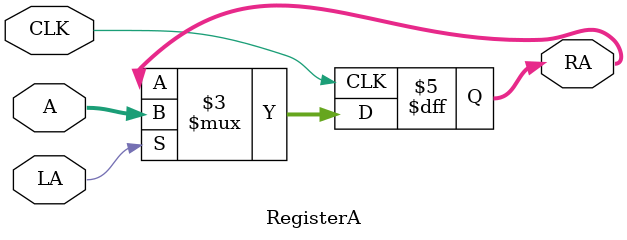
<source format=v>
module RegisterA(RA, A, LA, CLK);
	output reg [7:0] RA;
	input [7:0] A;
	input LA;
	input CLK;
	
	always @(posedge CLK)
		begin
			if(LA == 1)
				RA <= A; 
		end
endmodule
</source>
